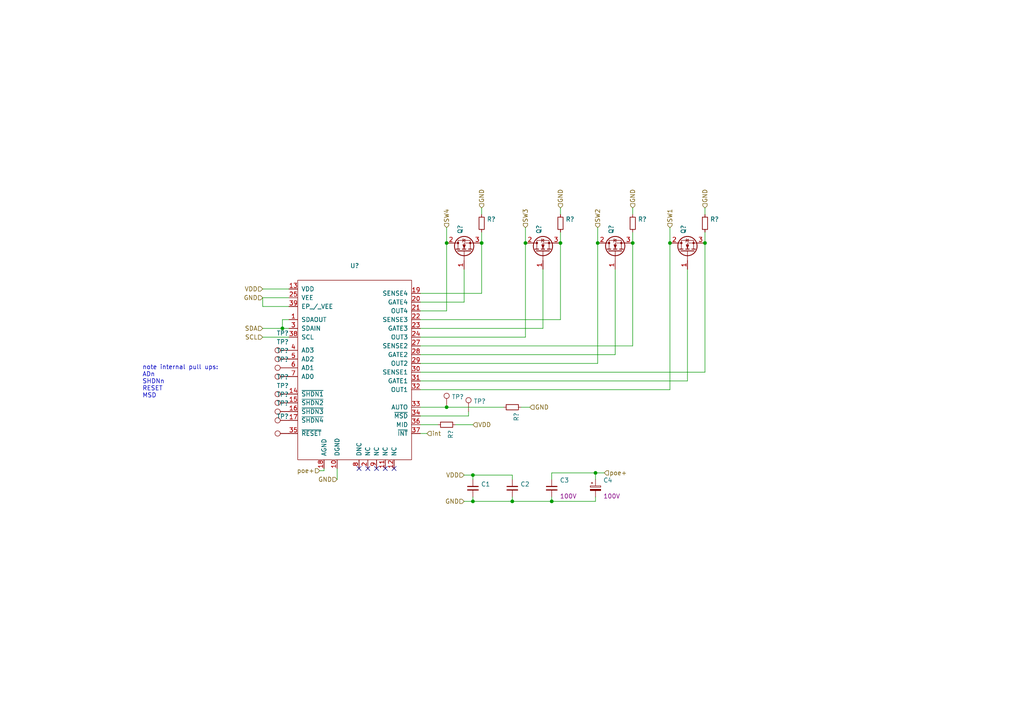
<source format=kicad_sch>
(kicad_sch (version 20211123) (generator eeschema)

  (uuid c34d136a-5382-41e9-9eb7-59131a8070a9)

  (paper "A4")

  (lib_symbols
    (symbol "Connector:TestPoint" (pin_numbers hide) (pin_names (offset 0.762) hide) (in_bom yes) (on_board yes)
      (property "Reference" "TP" (id 0) (at 0 6.858 0)
        (effects (font (size 1.27 1.27)))
      )
      (property "Value" "TestPoint" (id 1) (at 0 5.08 0)
        (effects (font (size 1.27 1.27)))
      )
      (property "Footprint" "" (id 2) (at 5.08 0 0)
        (effects (font (size 1.27 1.27)) hide)
      )
      (property "Datasheet" "~" (id 3) (at 5.08 0 0)
        (effects (font (size 1.27 1.27)) hide)
      )
      (property "ki_keywords" "test point tp" (id 4) (at 0 0 0)
        (effects (font (size 1.27 1.27)) hide)
      )
      (property "ki_description" "test point" (id 5) (at 0 0 0)
        (effects (font (size 1.27 1.27)) hide)
      )
      (property "ki_fp_filters" "Pin* Test*" (id 6) (at 0 0 0)
        (effects (font (size 1.27 1.27)) hide)
      )
      (symbol "TestPoint_0_1"
        (circle (center 0 3.302) (radius 0.762)
          (stroke (width 0) (type default) (color 0 0 0 0))
          (fill (type none))
        )
      )
      (symbol "TestPoint_1_1"
        (pin passive line (at 0 0 90) (length 2.54)
          (name "1" (effects (font (size 1.27 1.27))))
          (number "1" (effects (font (size 1.27 1.27))))
        )
      )
    )
    (symbol "Device:C_Small" (pin_numbers hide) (pin_names (offset 0.254) hide) (in_bom yes) (on_board yes)
      (property "Reference" "C" (id 0) (at 0.254 1.778 0)
        (effects (font (size 1.27 1.27)) (justify left))
      )
      (property "Value" "C_Small" (id 1) (at 0.254 -2.032 0)
        (effects (font (size 1.27 1.27)) (justify left))
      )
      (property "Footprint" "" (id 2) (at 0 0 0)
        (effects (font (size 1.27 1.27)) hide)
      )
      (property "Datasheet" "~" (id 3) (at 0 0 0)
        (effects (font (size 1.27 1.27)) hide)
      )
      (property "ki_keywords" "capacitor cap" (id 4) (at 0 0 0)
        (effects (font (size 1.27 1.27)) hide)
      )
      (property "ki_description" "Unpolarized capacitor, small symbol" (id 5) (at 0 0 0)
        (effects (font (size 1.27 1.27)) hide)
      )
      (property "ki_fp_filters" "C_*" (id 6) (at 0 0 0)
        (effects (font (size 1.27 1.27)) hide)
      )
      (symbol "C_Small_0_1"
        (polyline
          (pts
            (xy -1.524 -0.508)
            (xy 1.524 -0.508)
          )
          (stroke (width 0.3302) (type default) (color 0 0 0 0))
          (fill (type none))
        )
        (polyline
          (pts
            (xy -1.524 0.508)
            (xy 1.524 0.508)
          )
          (stroke (width 0.3048) (type default) (color 0 0 0 0))
          (fill (type none))
        )
      )
      (symbol "C_Small_1_1"
        (pin passive line (at 0 2.54 270) (length 2.032)
          (name "~" (effects (font (size 1.27 1.27))))
          (number "1" (effects (font (size 1.27 1.27))))
        )
        (pin passive line (at 0 -2.54 90) (length 2.032)
          (name "~" (effects (font (size 1.27 1.27))))
          (number "2" (effects (font (size 1.27 1.27))))
        )
      )
    )
    (symbol "Device:Q_NMOS_GDS" (pin_names (offset 0) hide) (in_bom yes) (on_board yes)
      (property "Reference" "Q" (id 0) (at 5.08 1.27 0)
        (effects (font (size 1.27 1.27)) (justify left))
      )
      (property "Value" "Q_NMOS_GDS" (id 1) (at 5.08 -1.27 0)
        (effects (font (size 1.27 1.27)) (justify left))
      )
      (property "Footprint" "" (id 2) (at 5.08 2.54 0)
        (effects (font (size 1.27 1.27)) hide)
      )
      (property "Datasheet" "~" (id 3) (at 0 0 0)
        (effects (font (size 1.27 1.27)) hide)
      )
      (property "ki_keywords" "transistor NMOS N-MOS N-MOSFET" (id 4) (at 0 0 0)
        (effects (font (size 1.27 1.27)) hide)
      )
      (property "ki_description" "N-MOSFET transistor, gate/drain/source" (id 5) (at 0 0 0)
        (effects (font (size 1.27 1.27)) hide)
      )
      (symbol "Q_NMOS_GDS_0_1"
        (polyline
          (pts
            (xy 0.254 0)
            (xy -2.54 0)
          )
          (stroke (width 0) (type default) (color 0 0 0 0))
          (fill (type none))
        )
        (polyline
          (pts
            (xy 0.254 1.905)
            (xy 0.254 -1.905)
          )
          (stroke (width 0.254) (type default) (color 0 0 0 0))
          (fill (type none))
        )
        (polyline
          (pts
            (xy 0.762 -1.27)
            (xy 0.762 -2.286)
          )
          (stroke (width 0.254) (type default) (color 0 0 0 0))
          (fill (type none))
        )
        (polyline
          (pts
            (xy 0.762 0.508)
            (xy 0.762 -0.508)
          )
          (stroke (width 0.254) (type default) (color 0 0 0 0))
          (fill (type none))
        )
        (polyline
          (pts
            (xy 0.762 2.286)
            (xy 0.762 1.27)
          )
          (stroke (width 0.254) (type default) (color 0 0 0 0))
          (fill (type none))
        )
        (polyline
          (pts
            (xy 2.54 2.54)
            (xy 2.54 1.778)
          )
          (stroke (width 0) (type default) (color 0 0 0 0))
          (fill (type none))
        )
        (polyline
          (pts
            (xy 2.54 -2.54)
            (xy 2.54 0)
            (xy 0.762 0)
          )
          (stroke (width 0) (type default) (color 0 0 0 0))
          (fill (type none))
        )
        (polyline
          (pts
            (xy 0.762 -1.778)
            (xy 3.302 -1.778)
            (xy 3.302 1.778)
            (xy 0.762 1.778)
          )
          (stroke (width 0) (type default) (color 0 0 0 0))
          (fill (type none))
        )
        (polyline
          (pts
            (xy 1.016 0)
            (xy 2.032 0.381)
            (xy 2.032 -0.381)
            (xy 1.016 0)
          )
          (stroke (width 0) (type default) (color 0 0 0 0))
          (fill (type outline))
        )
        (polyline
          (pts
            (xy 2.794 0.508)
            (xy 2.921 0.381)
            (xy 3.683 0.381)
            (xy 3.81 0.254)
          )
          (stroke (width 0) (type default) (color 0 0 0 0))
          (fill (type none))
        )
        (polyline
          (pts
            (xy 3.302 0.381)
            (xy 2.921 -0.254)
            (xy 3.683 -0.254)
            (xy 3.302 0.381)
          )
          (stroke (width 0) (type default) (color 0 0 0 0))
          (fill (type none))
        )
        (circle (center 1.651 0) (radius 2.794)
          (stroke (width 0.254) (type default) (color 0 0 0 0))
          (fill (type none))
        )
        (circle (center 2.54 -1.778) (radius 0.254)
          (stroke (width 0) (type default) (color 0 0 0 0))
          (fill (type outline))
        )
        (circle (center 2.54 1.778) (radius 0.254)
          (stroke (width 0) (type default) (color 0 0 0 0))
          (fill (type outline))
        )
      )
      (symbol "Q_NMOS_GDS_1_1"
        (pin input line (at -5.08 0 0) (length 2.54)
          (name "G" (effects (font (size 1.27 1.27))))
          (number "1" (effects (font (size 1.27 1.27))))
        )
        (pin passive line (at 2.54 5.08 270) (length 2.54)
          (name "D" (effects (font (size 1.27 1.27))))
          (number "2" (effects (font (size 1.27 1.27))))
        )
        (pin passive line (at 2.54 -5.08 90) (length 2.54)
          (name "S" (effects (font (size 1.27 1.27))))
          (number "3" (effects (font (size 1.27 1.27))))
        )
      )
    )
    (symbol "Device:R_Small" (pin_numbers hide) (pin_names (offset 0.254) hide) (in_bom yes) (on_board yes)
      (property "Reference" "R" (id 0) (at 0.762 0.508 0)
        (effects (font (size 1.27 1.27)) (justify left))
      )
      (property "Value" "R_Small" (id 1) (at 0.762 -1.016 0)
        (effects (font (size 1.27 1.27)) (justify left))
      )
      (property "Footprint" "" (id 2) (at 0 0 0)
        (effects (font (size 1.27 1.27)) hide)
      )
      (property "Datasheet" "~" (id 3) (at 0 0 0)
        (effects (font (size 1.27 1.27)) hide)
      )
      (property "ki_keywords" "R resistor" (id 4) (at 0 0 0)
        (effects (font (size 1.27 1.27)) hide)
      )
      (property "ki_description" "Resistor, small symbol" (id 5) (at 0 0 0)
        (effects (font (size 1.27 1.27)) hide)
      )
      (property "ki_fp_filters" "R_*" (id 6) (at 0 0 0)
        (effects (font (size 1.27 1.27)) hide)
      )
      (symbol "R_Small_0_1"
        (rectangle (start -0.762 1.778) (end 0.762 -1.778)
          (stroke (width 0.2032) (type default) (color 0 0 0 0))
          (fill (type none))
        )
      )
      (symbol "R_Small_1_1"
        (pin passive line (at 0 2.54 270) (length 0.762)
          (name "~" (effects (font (size 1.27 1.27))))
          (number "1" (effects (font (size 1.27 1.27))))
        )
        (pin passive line (at 0 -2.54 90) (length 0.762)
          (name "~" (effects (font (size 1.27 1.27))))
          (number "2" (effects (font (size 1.27 1.27))))
        )
      )
    )
    (symbol "board-rescue:CP_Small-Device" (pin_numbers hide) (pin_names (offset 0.254) hide) (in_bom yes) (on_board yes)
      (property "Reference" "C" (id 0) (at 0.254 1.778 0)
        (effects (font (size 1.27 1.27)) (justify left))
      )
      (property "Value" "CP_Small-Device" (id 1) (at 0.254 -2.032 0)
        (effects (font (size 1.27 1.27)) (justify left))
      )
      (property "Footprint" "" (id 2) (at 0 0 0)
        (effects (font (size 1.27 1.27)) hide)
      )
      (property "Datasheet" "" (id 3) (at 0 0 0)
        (effects (font (size 1.27 1.27)) hide)
      )
      (property "ki_fp_filters" "CP_*" (id 4) (at 0 0 0)
        (effects (font (size 1.27 1.27)) hide)
      )
      (symbol "CP_Small-Device_0_1"
        (rectangle (start -1.524 -0.3048) (end 1.524 -0.6858)
          (stroke (width 0) (type default) (color 0 0 0 0))
          (fill (type outline))
        )
        (rectangle (start -1.524 0.6858) (end 1.524 0.3048)
          (stroke (width 0) (type default) (color 0 0 0 0))
          (fill (type none))
        )
        (polyline
          (pts
            (xy -1.27 1.524)
            (xy -0.762 1.524)
          )
          (stroke (width 0) (type default) (color 0 0 0 0))
          (fill (type none))
        )
        (polyline
          (pts
            (xy -1.016 1.27)
            (xy -1.016 1.778)
          )
          (stroke (width 0) (type default) (color 0 0 0 0))
          (fill (type none))
        )
      )
      (symbol "CP_Small-Device_1_1"
        (pin passive line (at 0 2.54 270) (length 1.8542)
          (name "~" (effects (font (size 1.27 1.27))))
          (number "1" (effects (font (size 1.27 1.27))))
        )
        (pin passive line (at 0 -2.54 90) (length 1.8542)
          (name "~" (effects (font (size 1.27 1.27))))
          (number "2" (effects (font (size 1.27 1.27))))
        )
      )
    )
    (symbol "board-rescue:LTC4266AIUHF-4#PBF-Auto-Intern-board-rescue" (pin_names (offset 1.016)) (in_bom yes) (on_board yes)
      (property "Reference" "U" (id 0) (at 1.27 6.35 0)
        (effects (font (size 1.27 1.27)))
      )
      (property "Value" "LTC4266AIUHF-4#PBF-Auto-Intern-board-rescue" (id 1) (at 29.21 6.35 0)
        (effects (font (size 1.27 1.27)))
      )
      (property "Footprint" "Package_DFN_QFN:QFN-38-1EP_5x7mm_P0.5mm_EP3.15x5.15mm" (id 2) (at 0 8.89 0)
        (effects (font (size 1.27 1.27)) hide)
      )
      (property "Datasheet" "" (id 3) (at 0 8.89 0)
        (effects (font (size 1.27 1.27)) hide)
      )
      (symbol "LTC4266AIUHF-4#PBF-Auto-Intern-board-rescue_0_1"
        (rectangle (start 0 3.81) (end 33.02 -48.26)
          (stroke (width 0) (type default) (color 0 0 0 0))
          (fill (type none))
        )
      )
      (symbol "LTC4266AIUHF-4#PBF-Auto-Intern-board-rescue_1_1"
        (pin unspecified line (at -2.54 -7.62 0) (length 2.54)
          (name "SDAOUT" (effects (font (size 1.27 1.27))))
          (number "1" (effects (font (size 1.27 1.27))))
        )
        (pin unspecified line (at 11.43 -50.8 90) (length 2.54)
          (name "DGND" (effects (font (size 1.27 1.27))))
          (number "10" (effects (font (size 1.27 1.27))))
        )
        (pin unspecified line (at 25.4 -50.8 90) (length 2.54)
          (name "NC" (effects (font (size 1.27 1.27))))
          (number "11" (effects (font (size 1.27 1.27))))
        )
        (pin unspecified line (at 27.94 -50.8 90) (length 2.54)
          (name "NC" (effects (font (size 1.27 1.27))))
          (number "12" (effects (font (size 1.27 1.27))))
        )
        (pin unspecified line (at -2.54 1.27 0) (length 2.54)
          (name "VDD" (effects (font (size 1.27 1.27))))
          (number "13" (effects (font (size 1.27 1.27))))
        )
        (pin unspecified line (at -2.54 -29.21 0) (length 2.54)
          (name "~{SHDN1}" (effects (font (size 1.27 1.27))))
          (number "14" (effects (font (size 1.27 1.27))))
        )
        (pin unspecified line (at -2.54 -31.75 0) (length 2.54)
          (name "~{SHDN2}" (effects (font (size 1.27 1.27))))
          (number "15" (effects (font (size 1.27 1.27))))
        )
        (pin unspecified line (at -2.54 -34.29 0) (length 2.54)
          (name "~{SHDN3}" (effects (font (size 1.27 1.27))))
          (number "16" (effects (font (size 1.27 1.27))))
        )
        (pin unspecified line (at -2.54 -36.83 0) (length 2.54)
          (name "~{SHDN4}" (effects (font (size 1.27 1.27))))
          (number "17" (effects (font (size 1.27 1.27))))
        )
        (pin unspecified line (at 7.62 -50.8 90) (length 2.54)
          (name "AGND" (effects (font (size 1.27 1.27))))
          (number "18" (effects (font (size 1.27 1.27))))
        )
        (pin unspecified line (at 35.56 0 180) (length 2.54)
          (name "SENSE4" (effects (font (size 1.27 1.27))))
          (number "19" (effects (font (size 1.27 1.27))))
        )
        (pin unspecified line (at 20.32 -50.8 90) (length 2.54)
          (name "NC" (effects (font (size 1.27 1.27))))
          (number "2" (effects (font (size 1.27 1.27))))
        )
        (pin unspecified line (at 35.56 -2.54 180) (length 2.54)
          (name "GATE4" (effects (font (size 1.27 1.27))))
          (number "20" (effects (font (size 1.27 1.27))))
        )
        (pin unspecified line (at 35.56 -5.08 180) (length 2.54)
          (name "OUT4" (effects (font (size 1.27 1.27))))
          (number "21" (effects (font (size 1.27 1.27))))
        )
        (pin unspecified line (at 35.56 -7.62 180) (length 2.54)
          (name "SENSE3" (effects (font (size 1.27 1.27))))
          (number "22" (effects (font (size 1.27 1.27))))
        )
        (pin unspecified line (at 35.56 -10.16 180) (length 2.54)
          (name "GATE3" (effects (font (size 1.27 1.27))))
          (number "23" (effects (font (size 1.27 1.27))))
        )
        (pin unspecified line (at 35.56 -12.7 180) (length 2.54)
          (name "OUT3" (effects (font (size 1.27 1.27))))
          (number "24" (effects (font (size 1.27 1.27))))
        )
        (pin unspecified line (at -2.54 -1.27 0) (length 2.54)
          (name "VEE" (effects (font (size 1.27 1.27))))
          (number "25" (effects (font (size 1.27 1.27))))
        )
        (pin unspecified line (at -2.54 -1.27 0) (length 2.54) hide
          (name "VEE" (effects (font (size 1.27 1.27))))
          (number "26" (effects (font (size 1.27 1.27))))
        )
        (pin unspecified line (at 35.56 -15.24 180) (length 2.54)
          (name "SENSE2" (effects (font (size 1.27 1.27))))
          (number "27" (effects (font (size 1.27 1.27))))
        )
        (pin unspecified line (at 35.56 -17.78 180) (length 2.54)
          (name "GATE2" (effects (font (size 1.27 1.27))))
          (number "28" (effects (font (size 1.27 1.27))))
        )
        (pin unspecified line (at 35.56 -20.32 180) (length 2.54)
          (name "OUT2" (effects (font (size 1.27 1.27))))
          (number "29" (effects (font (size 1.27 1.27))))
        )
        (pin unspecified line (at -2.54 -10.16 0) (length 2.54)
          (name "SDAIN" (effects (font (size 1.27 1.27))))
          (number "3" (effects (font (size 1.27 1.27))))
        )
        (pin unspecified line (at 35.56 -22.86 180) (length 2.54)
          (name "SENSE1" (effects (font (size 1.27 1.27))))
          (number "30" (effects (font (size 1.27 1.27))))
        )
        (pin unspecified line (at 35.56 -25.4 180) (length 2.54)
          (name "GATE1" (effects (font (size 1.27 1.27))))
          (number "31" (effects (font (size 1.27 1.27))))
        )
        (pin unspecified line (at 35.56 -27.94 180) (length 2.54)
          (name "OUT1" (effects (font (size 1.27 1.27))))
          (number "32" (effects (font (size 1.27 1.27))))
        )
        (pin unspecified line (at 35.56 -33.02 180) (length 2.54)
          (name "AUTO" (effects (font (size 1.27 1.27))))
          (number "33" (effects (font (size 1.27 1.27))))
        )
        (pin unspecified line (at 35.56 -35.56 180) (length 2.54)
          (name "~{MSD}" (effects (font (size 1.27 1.27))))
          (number "34" (effects (font (size 1.27 1.27))))
        )
        (pin unspecified line (at -2.54 -40.64 0) (length 2.54)
          (name "~{RESET}" (effects (font (size 1.27 1.27))))
          (number "35" (effects (font (size 1.27 1.27))))
        )
        (pin unspecified line (at 35.56 -38.1 180) (length 2.54)
          (name "MID" (effects (font (size 1.27 1.27))))
          (number "36" (effects (font (size 1.27 1.27))))
        )
        (pin unspecified line (at 35.56 -40.64 180) (length 2.54)
          (name "~{INT}" (effects (font (size 1.27 1.27))))
          (number "37" (effects (font (size 1.27 1.27))))
        )
        (pin unspecified line (at -2.54 -12.7 0) (length 2.54)
          (name "SCL" (effects (font (size 1.27 1.27))))
          (number "38" (effects (font (size 1.27 1.27))))
        )
        (pin unspecified line (at -2.54 -3.81 0) (length 2.54)
          (name "EP_/_VEE" (effects (font (size 1.27 1.27))))
          (number "39" (effects (font (size 1.27 1.27))))
        )
        (pin unspecified line (at -2.54 -16.51 0) (length 2.54)
          (name "AD3" (effects (font (size 1.27 1.27))))
          (number "4" (effects (font (size 1.27 1.27))))
        )
        (pin unspecified line (at -2.54 -19.05 0) (length 2.54)
          (name "AD2" (effects (font (size 1.27 1.27))))
          (number "5" (effects (font (size 1.27 1.27))))
        )
        (pin unspecified line (at -2.54 -21.59 0) (length 2.54)
          (name "AD1" (effects (font (size 1.27 1.27))))
          (number "6" (effects (font (size 1.27 1.27))))
        )
        (pin unspecified line (at -2.54 -24.13 0) (length 2.54)
          (name "AD0" (effects (font (size 1.27 1.27))))
          (number "7" (effects (font (size 1.27 1.27))))
        )
        (pin unspecified line (at 17.78 -50.8 90) (length 2.54)
          (name "DNC" (effects (font (size 1.27 1.27))))
          (number "8" (effects (font (size 1.27 1.27))))
        )
        (pin unspecified line (at 22.86 -50.8 90) (length 2.54)
          (name "NC" (effects (font (size 1.27 1.27))))
          (number "9" (effects (font (size 1.27 1.27))))
        )
      )
    )
  )

  (junction (at 137.16 145.415) (diameter 0) (color 0 0 0 0)
    (uuid 1185a561-f548-4ed9-956a-fdf52574062c)
  )
  (junction (at 129.54 118.11) (diameter 0) (color 0 0 0 0)
    (uuid 2816eb30-9a96-48a6-9179-372b1c7b3891)
  )
  (junction (at 139.7 70.485) (diameter 0) (color 0 0 0 0)
    (uuid 2c72b2d6-f3dc-4074-bf01-0b98e452c8c0)
  )
  (junction (at 172.72 137.16) (diameter 0) (color 0 0 0 0)
    (uuid 3bf3f52f-ae1d-45fd-8ec3-66611d4f8669)
  )
  (junction (at 129.54 70.485) (diameter 0) (color 0 0 0 0)
    (uuid 3c1e28aa-b222-4285-837f-7444126cf6bf)
  )
  (junction (at 162.56 70.485) (diameter 0) (color 0 0 0 0)
    (uuid 4bc4914e-b8aa-4eaf-b5fc-1c8b029d91de)
  )
  (junction (at 152.4 70.485) (diameter 0) (color 0 0 0 0)
    (uuid 608413a1-4d05-4f03-83c7-4ff845495fed)
  )
  (junction (at 160.02 145.415) (diameter 0) (color 0 0 0 0)
    (uuid 759dcd29-0d5f-4ad1-acbe-cba07e87264b)
  )
  (junction (at 81.915 95.25) (diameter 0) (color 0 0 0 0)
    (uuid 7fb38f6a-1b77-4677-afc0-9c89a0becd91)
  )
  (junction (at 204.47 70.485) (diameter 0) (color 0 0 0 0)
    (uuid 8e24c333-4053-4683-8bd8-f77dd5525338)
  )
  (junction (at 148.59 145.415) (diameter 0) (color 0 0 0 0)
    (uuid 9a7eca8d-292b-42ca-b5f0-b657b5a56ce3)
  )
  (junction (at 183.515 70.485) (diameter 0) (color 0 0 0 0)
    (uuid bc597323-b500-41fd-a979-7cc0a6202fd9)
  )
  (junction (at 173.355 70.485) (diameter 0) (color 0 0 0 0)
    (uuid c9b73848-5e45-49a8-9d94-d19559188916)
  )
  (junction (at 137.16 137.795) (diameter 0) (color 0 0 0 0)
    (uuid d76946e3-3d37-42d8-bc47-e852addb4402)
  )
  (junction (at 194.31 70.485) (diameter 0) (color 0 0 0 0)
    (uuid f9d0b031-c32b-4d80-883f-8dea60486c2a)
  )

  (no_connect (at 111.76 135.89) (uuid 02f7cefd-1bd5-46d6-a289-0f2d7bb403e3))
  (no_connect (at 114.3 135.89) (uuid 4d60be49-8a73-4fbd-b591-2cc5b3ac378c))
  (no_connect (at 106.68 135.89) (uuid 78257479-f460-47b0-a236-5978cba49f14))
  (no_connect (at 104.14 135.89) (uuid 9d9d31a8-45e4-4740-9620-702a0fc09a0f))
  (no_connect (at 109.22 135.89) (uuid e0c7c7af-e122-4801-8e9f-e2c39204d460))

  (wire (pts (xy 123.825 125.73) (xy 121.92 125.73))
    (stroke (width 0) (type default) (color 0 0 0 0))
    (uuid 0117dfef-4d45-4b43-b9aa-f27305ceef7a)
  )
  (wire (pts (xy 172.72 137.16) (xy 172.72 139.065))
    (stroke (width 0) (type default) (color 0 0 0 0))
    (uuid 022f237e-ecd7-4c12-8d63-a96d38b349ce)
  )
  (wire (pts (xy 139.7 60.325) (xy 139.7 62.23))
    (stroke (width 0) (type default) (color 0 0 0 0))
    (uuid 08ed3bc9-964a-41f1-b2e1-afa328ab25be)
  )
  (wire (pts (xy 129.54 66.04) (xy 129.54 70.485))
    (stroke (width 0) (type default) (color 0 0 0 0))
    (uuid 0fb8edde-788c-48bd-b278-122d91c2755e)
  )
  (wire (pts (xy 172.72 145.415) (xy 172.72 144.145))
    (stroke (width 0) (type default) (color 0 0 0 0))
    (uuid 116cb014-1685-4b07-9327-2526db27f206)
  )
  (wire (pts (xy 152.4 70.485) (xy 152.4 97.79))
    (stroke (width 0) (type default) (color 0 0 0 0))
    (uuid 119ba3a8-11eb-4591-a7d8-f46f93a17012)
  )
  (wire (pts (xy 183.515 70.485) (xy 183.515 100.33))
    (stroke (width 0) (type default) (color 0 0 0 0))
    (uuid 126959af-827c-4e0c-b28e-e76bd1f9d0e7)
  )
  (wire (pts (xy 162.56 67.31) (xy 162.56 70.485))
    (stroke (width 0) (type default) (color 0 0 0 0))
    (uuid 12ac278a-b571-490a-90a0-315632d79040)
  )
  (wire (pts (xy 121.92 113.03) (xy 194.31 113.03))
    (stroke (width 0) (type default) (color 0 0 0 0))
    (uuid 13370587-66e1-4bcd-8f5d-9d9b591b87d0)
  )
  (wire (pts (xy 76.2 83.82) (xy 83.82 83.82))
    (stroke (width 0) (type default) (color 0 0 0 0))
    (uuid 13ea940a-c3ff-41ef-b2d4-424cd69b3180)
  )
  (wire (pts (xy 137.16 144.145) (xy 137.16 145.415))
    (stroke (width 0) (type default) (color 0 0 0 0))
    (uuid 17058ff3-9dcd-48bd-bf91-57b6b6fd75ef)
  )
  (wire (pts (xy 199.39 110.49) (xy 199.39 78.105))
    (stroke (width 0) (type default) (color 0 0 0 0))
    (uuid 1797629f-9880-4bfa-9cf6-8d29e782c9e6)
  )
  (wire (pts (xy 121.92 92.71) (xy 162.56 92.71))
    (stroke (width 0) (type default) (color 0 0 0 0))
    (uuid 1a0748a4-e392-4c82-9200-04a04faf19e4)
  )
  (wire (pts (xy 204.47 60.325) (xy 204.47 62.23))
    (stroke (width 0) (type default) (color 0 0 0 0))
    (uuid 1b37e5f3-88b4-4498-be8b-afe537177b2f)
  )
  (wire (pts (xy 137.16 137.795) (xy 137.16 139.065))
    (stroke (width 0) (type default) (color 0 0 0 0))
    (uuid 1def0531-4f7e-4a7e-a4a8-bf5d17fdeb12)
  )
  (wire (pts (xy 121.92 105.41) (xy 173.355 105.41))
    (stroke (width 0) (type default) (color 0 0 0 0))
    (uuid 230f0fe0-aa52-4e9d-b0c8-dd13a5495d17)
  )
  (wire (pts (xy 121.92 123.19) (xy 127 123.19))
    (stroke (width 0) (type default) (color 0 0 0 0))
    (uuid 24ad87f3-9411-43ab-a5b4-9b28ed805d9b)
  )
  (wire (pts (xy 121.92 118.11) (xy 129.54 118.11))
    (stroke (width 0) (type default) (color 0 0 0 0))
    (uuid 26769514-b78c-41c5-b366-a012ae78b1cd)
  )
  (wire (pts (xy 121.92 100.33) (xy 183.515 100.33))
    (stroke (width 0) (type default) (color 0 0 0 0))
    (uuid 2aa418e1-eba6-414b-997f-cf0371b9b23f)
  )
  (wire (pts (xy 76.2 97.79) (xy 83.82 97.79))
    (stroke (width 0) (type default) (color 0 0 0 0))
    (uuid 322310c7-df03-4595-9bf2-5eb99881ae7d)
  )
  (wire (pts (xy 160.02 137.16) (xy 160.02 139.065))
    (stroke (width 0) (type default) (color 0 0 0 0))
    (uuid 329aece8-f7d3-43a8-a246-39558f0edba3)
  )
  (wire (pts (xy 162.56 60.325) (xy 162.56 62.23))
    (stroke (width 0) (type default) (color 0 0 0 0))
    (uuid 3324f004-de60-4416-ac0e-0d79f57cdba6)
  )
  (wire (pts (xy 172.72 137.16) (xy 160.02 137.16))
    (stroke (width 0) (type default) (color 0 0 0 0))
    (uuid 43d51604-f52e-41ab-82cb-57e18a2c0490)
  )
  (wire (pts (xy 173.355 70.485) (xy 173.355 105.41))
    (stroke (width 0) (type default) (color 0 0 0 0))
    (uuid 44c6bddc-8cfd-4e5d-bfb2-c630ac9c38a0)
  )
  (wire (pts (xy 121.92 110.49) (xy 199.39 110.49))
    (stroke (width 0) (type default) (color 0 0 0 0))
    (uuid 490ce25a-96c2-47c7-a447-e6ef25fd064e)
  )
  (wire (pts (xy 160.02 144.145) (xy 160.02 145.415))
    (stroke (width 0) (type default) (color 0 0 0 0))
    (uuid 4ce18017-e94b-4bf8-b9d0-affe6b8354b8)
  )
  (wire (pts (xy 204.47 67.31) (xy 204.47 70.485))
    (stroke (width 0) (type default) (color 0 0 0 0))
    (uuid 4fef559f-81e9-4948-b652-c1a85a6bd6d7)
  )
  (wire (pts (xy 204.47 70.485) (xy 204.47 107.95))
    (stroke (width 0) (type default) (color 0 0 0 0))
    (uuid 50139093-8c88-44d1-8770-363ad1a8df53)
  )
  (wire (pts (xy 139.7 70.485) (xy 139.7 85.09))
    (stroke (width 0) (type default) (color 0 0 0 0))
    (uuid 514fc252-dad5-4c98-b434-e6e53c2b260c)
  )
  (wire (pts (xy 93.98 136.525) (xy 93.98 135.89))
    (stroke (width 0) (type default) (color 0 0 0 0))
    (uuid 51d71728-063d-436d-b960-f788a5bb5eb0)
  )
  (wire (pts (xy 92.71 136.525) (xy 93.98 136.525))
    (stroke (width 0) (type default) (color 0 0 0 0))
    (uuid 578b0b90-02ec-4f9b-a671-252c483ed194)
  )
  (wire (pts (xy 129.54 70.485) (xy 129.54 90.17))
    (stroke (width 0) (type default) (color 0 0 0 0))
    (uuid 5a22a875-8399-4558-a56f-aa2cba475dc6)
  )
  (wire (pts (xy 76.2 86.36) (xy 83.82 86.36))
    (stroke (width 0) (type default) (color 0 0 0 0))
    (uuid 5c0dcd85-e6d8-435b-b9af-1b2ec4a76baa)
  )
  (wire (pts (xy 97.79 139.065) (xy 97.79 135.89))
    (stroke (width 0) (type default) (color 0 0 0 0))
    (uuid 60e9e626-d6e9-456e-8683-45b5f8ddddc6)
  )
  (wire (pts (xy 121.92 97.79) (xy 152.4 97.79))
    (stroke (width 0) (type default) (color 0 0 0 0))
    (uuid 652bf04d-9db2-4ce6-aa89-33b2454f5bfb)
  )
  (wire (pts (xy 121.92 90.17) (xy 129.54 90.17))
    (stroke (width 0) (type default) (color 0 0 0 0))
    (uuid 66cb6605-fc6f-4f44-983e-faa9b139cad7)
  )
  (wire (pts (xy 139.7 67.31) (xy 139.7 70.485))
    (stroke (width 0) (type default) (color 0 0 0 0))
    (uuid 6e1eb71d-6bff-424c-93e0-a4d395c8eb46)
  )
  (wire (pts (xy 148.59 137.795) (xy 148.59 139.065))
    (stroke (width 0) (type default) (color 0 0 0 0))
    (uuid 758113ab-72e5-48e0-a7b4-ebd9c084cc87)
  )
  (wire (pts (xy 134.62 137.795) (xy 137.16 137.795))
    (stroke (width 0) (type default) (color 0 0 0 0))
    (uuid 78f5ccfb-ed9e-49fc-9354-847d86b5d38c)
  )
  (wire (pts (xy 157.48 95.25) (xy 157.48 78.105))
    (stroke (width 0) (type default) (color 0 0 0 0))
    (uuid 79d06adf-fe53-4fcb-a84d-44a3492509c9)
  )
  (wire (pts (xy 121.92 95.25) (xy 157.48 95.25))
    (stroke (width 0) (type default) (color 0 0 0 0))
    (uuid 7f625873-efc6-4dd7-b508-612dc005468b)
  )
  (wire (pts (xy 132.08 123.19) (xy 137.16 123.19))
    (stroke (width 0) (type default) (color 0 0 0 0))
    (uuid 7fd77d3d-0ad9-4cd1-b0ef-00d49a8c0c14)
  )
  (wire (pts (xy 83.82 92.71) (xy 81.915 92.71))
    (stroke (width 0) (type default) (color 0 0 0 0))
    (uuid 8047c10d-da57-43c4-a5d3-a58a3b0cd3da)
  )
  (wire (pts (xy 121.92 120.65) (xy 135.89 120.65))
    (stroke (width 0) (type default) (color 0 0 0 0))
    (uuid 806d4ab5-3347-4e12-ac34-45407a56df41)
  )
  (wire (pts (xy 178.435 102.87) (xy 178.435 78.105))
    (stroke (width 0) (type default) (color 0 0 0 0))
    (uuid 8377b908-4db6-4148-9d62-ed25901754a1)
  )
  (wire (pts (xy 194.31 70.485) (xy 194.31 113.03))
    (stroke (width 0) (type default) (color 0 0 0 0))
    (uuid 84ef848b-4cda-4399-84ee-6ffa6eb43f7e)
  )
  (wire (pts (xy 162.56 70.485) (xy 162.56 92.71))
    (stroke (width 0) (type default) (color 0 0 0 0))
    (uuid 8509d9d8-d002-4d02-ae83-4d7c143f32b3)
  )
  (wire (pts (xy 183.515 67.31) (xy 183.515 70.485))
    (stroke (width 0) (type default) (color 0 0 0 0))
    (uuid 882a5974-d614-4498-b223-7fba6a86ed4b)
  )
  (wire (pts (xy 134.62 87.63) (xy 134.62 78.105))
    (stroke (width 0) (type default) (color 0 0 0 0))
    (uuid 892d091e-16a8-4f4b-b14d-b1b38232cf4f)
  )
  (wire (pts (xy 121.92 85.09) (xy 139.7 85.09))
    (stroke (width 0) (type default) (color 0 0 0 0))
    (uuid 8a589ae9-7425-4cd7-8395-1d3e0bfca01c)
  )
  (wire (pts (xy 81.915 95.25) (xy 83.82 95.25))
    (stroke (width 0) (type default) (color 0 0 0 0))
    (uuid 97b7c59b-3ea7-4e55-80e0-7ccaa079d2d5)
  )
  (wire (pts (xy 76.2 86.36) (xy 76.2 88.9))
    (stroke (width 0) (type default) (color 0 0 0 0))
    (uuid 99032c3c-670f-41fd-bd5e-e4ac10378c23)
  )
  (wire (pts (xy 121.92 102.87) (xy 178.435 102.87))
    (stroke (width 0) (type default) (color 0 0 0 0))
    (uuid 9fbd1578-a8b3-459d-9760-8503b2db1833)
  )
  (wire (pts (xy 76.2 95.25) (xy 81.915 95.25))
    (stroke (width 0) (type default) (color 0 0 0 0))
    (uuid a6ddbb75-3ac0-4812-8e47-bd31ee5606b6)
  )
  (wire (pts (xy 194.31 66.04) (xy 194.31 70.485))
    (stroke (width 0) (type default) (color 0 0 0 0))
    (uuid ab3debba-b9dd-4c1a-907f-bf6847bf63b8)
  )
  (wire (pts (xy 121.92 87.63) (xy 134.62 87.63))
    (stroke (width 0) (type default) (color 0 0 0 0))
    (uuid abb0763d-80a0-4c7f-8e6c-f9e11083e211)
  )
  (wire (pts (xy 152.4 66.04) (xy 152.4 70.485))
    (stroke (width 0) (type default) (color 0 0 0 0))
    (uuid ac5bd8d0-a9b1-4ddc-a0cf-bc373b43c781)
  )
  (wire (pts (xy 81.915 92.71) (xy 81.915 95.25))
    (stroke (width 0) (type default) (color 0 0 0 0))
    (uuid adc8ff02-822e-4098-91ef-20706789db58)
  )
  (wire (pts (xy 76.2 88.9) (xy 83.82 88.9))
    (stroke (width 0) (type default) (color 0 0 0 0))
    (uuid b92a9992-550a-4b4a-aa3d-c71d656b0d9f)
  )
  (wire (pts (xy 148.59 145.415) (xy 160.02 145.415))
    (stroke (width 0) (type default) (color 0 0 0 0))
    (uuid bbf6ad82-d710-4081-86a8-62720b9df2c8)
  )
  (wire (pts (xy 135.89 120.65) (xy 135.89 119.38))
    (stroke (width 0) (type default) (color 0 0 0 0))
    (uuid bdab16ab-7b27-42b4-9a0c-d03ef47aff5f)
  )
  (wire (pts (xy 134.62 145.415) (xy 137.16 145.415))
    (stroke (width 0) (type default) (color 0 0 0 0))
    (uuid be6567dc-8889-4ba1-ab67-a26b62e918c5)
  )
  (wire (pts (xy 137.16 137.795) (xy 148.59 137.795))
    (stroke (width 0) (type default) (color 0 0 0 0))
    (uuid c65272ef-511d-4f5f-8dbc-23afe66eb926)
  )
  (wire (pts (xy 129.54 118.11) (xy 146.05 118.11))
    (stroke (width 0) (type default) (color 0 0 0 0))
    (uuid ca6b3cc9-c35b-4000-a36e-4c13e47fd619)
  )
  (wire (pts (xy 160.02 145.415) (xy 172.72 145.415))
    (stroke (width 0) (type default) (color 0 0 0 0))
    (uuid d20bc32c-d65b-4129-97ff-a83cd17fda1d)
  )
  (wire (pts (xy 175.26 137.16) (xy 172.72 137.16))
    (stroke (width 0) (type default) (color 0 0 0 0))
    (uuid d750f3e5-f541-4ae4-9e96-dca8a94126a1)
  )
  (wire (pts (xy 151.13 118.11) (xy 153.67 118.11))
    (stroke (width 0) (type default) (color 0 0 0 0))
    (uuid dcd31684-353d-40f9-94d4-15c937677ead)
  )
  (wire (pts (xy 173.355 66.04) (xy 173.355 70.485))
    (stroke (width 0) (type default) (color 0 0 0 0))
    (uuid dd809fc9-45ea-4b32-8a20-5d3b24ce0f83)
  )
  (wire (pts (xy 137.16 145.415) (xy 148.59 145.415))
    (stroke (width 0) (type default) (color 0 0 0 0))
    (uuid e5e54cc1-0e5e-4cd5-b664-a39e8e3b4679)
  )
  (wire (pts (xy 148.59 144.145) (xy 148.59 145.415))
    (stroke (width 0) (type default) (color 0 0 0 0))
    (uuid e7690eaf-a441-4392-b19b-a4b521f69e1c)
  )
  (wire (pts (xy 183.515 60.325) (xy 183.515 62.23))
    (stroke (width 0) (type default) (color 0 0 0 0))
    (uuid fba28b64-e57a-4780-bf71-3a99fe4fa970)
  )
  (wire (pts (xy 121.92 107.95) (xy 204.47 107.95))
    (stroke (width 0) (type default) (color 0 0 0 0))
    (uuid ffaa4947-dcc5-42bc-89b4-47efaaf52184)
  )

  (text "note internal pull ups:\nADn\nSHDNn\nRESET\nMSD\n" (at 41.275 115.57 0)
    (effects (font (size 1.27 1.27)) (justify left bottom))
    (uuid 4a8d0cf1-d069-4054-b429-cdab67626914)
  )

  (hierarchical_label "VDD" (shape input) (at 137.16 123.19 0)
    (effects (font (size 1.27 1.27)) (justify left))
    (uuid 046ccfdd-6850-48dc-a911-db4763092235)
  )
  (hierarchical_label "GND" (shape input) (at 183.515 60.325 90)
    (effects (font (size 1.27 1.27)) (justify left))
    (uuid 0ab2e807-2d49-4779-a085-011aee9aa03f)
  )
  (hierarchical_label "SW3" (shape input) (at 152.4 66.04 90)
    (effects (font (size 1.27 1.27)) (justify left))
    (uuid 0bf197f6-a5bd-4fb2-8a54-97d4d7877b3d)
  )
  (hierarchical_label "GND" (shape input) (at 162.56 60.325 90)
    (effects (font (size 1.27 1.27)) (justify left))
    (uuid 14883c27-2a33-4d4e-a00d-1645fdb21c4d)
  )
  (hierarchical_label "VDD" (shape input) (at 134.62 137.795 180)
    (effects (font (size 1.27 1.27)) (justify right))
    (uuid 3751a3a1-79b3-4410-8403-62f91e405569)
  )
  (hierarchical_label "GND" (shape input) (at 76.2 86.36 180)
    (effects (font (size 1.27 1.27)) (justify right))
    (uuid 3cfbf02b-7bdd-425f-ac7c-98f6538bbe0a)
  )
  (hierarchical_label "GND" (shape input) (at 97.79 139.065 180)
    (effects (font (size 1.27 1.27)) (justify right))
    (uuid 3e648395-376c-425c-ab8c-4e66792ead35)
  )
  (hierarchical_label "VDD" (shape input) (at 76.2 83.82 180)
    (effects (font (size 1.27 1.27)) (justify right))
    (uuid 49da34cc-e3ea-4a1a-ae26-d2fea7c9cb9a)
  )
  (hierarchical_label "GND" (shape input) (at 139.7 60.325 90)
    (effects (font (size 1.27 1.27)) (justify left))
    (uuid 4da5178a-7aa9-45ed-a386-57788437f3e5)
  )
  (hierarchical_label "SDA" (shape input) (at 76.2 95.25 180)
    (effects (font (size 1.27 1.27)) (justify right))
    (uuid 79743267-ca7a-4e5a-b4cb-97ce6e52c1e5)
  )
  (hierarchical_label "SW1" (shape input) (at 194.31 66.04 90)
    (effects (font (size 1.27 1.27)) (justify left))
    (uuid 8fb72638-83ff-4973-85e0-9ff7639a5246)
  )
  (hierarchical_label "SW4" (shape input) (at 129.54 66.04 90)
    (effects (font (size 1.27 1.27)) (justify left))
    (uuid 92d2a7c1-71b3-49df-a9d6-05240169971f)
  )
  (hierarchical_label "SCL" (shape input) (at 76.2 97.79 180)
    (effects (font (size 1.27 1.27)) (justify right))
    (uuid 9ba6d249-73f2-4fef-82f4-9b75862d1241)
  )
  (hierarchical_label "poe+" (shape input) (at 175.26 137.16 0)
    (effects (font (size 1.27 1.27)) (justify left))
    (uuid ac085f97-0e93-4db3-a6dc-f06715815da0)
  )
  (hierarchical_label "GND" (shape input) (at 153.67 118.11 0)
    (effects (font (size 1.27 1.27)) (justify left))
    (uuid b4d0c14d-57f2-4643-b35b-5e7e0ed59bb2)
  )
  (hierarchical_label "SW2" (shape input) (at 173.355 66.04 90)
    (effects (font (size 1.27 1.27)) (justify left))
    (uuid c0b319ff-e964-4e01-8075-167c28435dc7)
  )
  (hierarchical_label "GND" (shape input) (at 204.47 60.325 90)
    (effects (font (size 1.27 1.27)) (justify left))
    (uuid e41c3421-4b88-419e-a3de-e12bb1462f4a)
  )
  (hierarchical_label "int" (shape input) (at 123.825 125.73 0)
    (effects (font (size 1.27 1.27)) (justify left))
    (uuid e42e8d79-0020-4849-9c41-4a39cc72e26e)
  )
  (hierarchical_label "GND" (shape input) (at 134.62 145.415 180)
    (effects (font (size 1.27 1.27)) (justify right))
    (uuid e9926939-fe4b-4b0f-817e-7053e1b1e8f9)
  )
  (hierarchical_label "poe+" (shape input) (at 92.71 136.525 180)
    (effects (font (size 1.27 1.27)) (justify right))
    (uuid f432d146-3d24-4bbd-859b-627ca2235bdf)
  )

  (symbol (lib_id "board-rescue:LTC4266AIUHF-4#PBF-Auto-Intern-board-rescue") (at 86.36 85.09 0) (unit 1)
    (in_bom yes) (on_board yes)
    (uuid 00000000-0000-0000-0000-00005ef7038b)
    (property "Reference" "U?" (id 0) (at 102.87 77.089 0))
    (property "Value" "" (id 1) (at 102.87 79.4004 0))
    (property "Footprint" "" (id 2) (at 86.36 76.2 0)
      (effects (font (size 1.27 1.27)) hide)
    )
    (property "Datasheet" "https://www.analog.com/media/en/technical-documentation/data-sheets/4266acfe.pdf" (id 3) (at 86.36 76.2 0)
      (effects (font (size 1.27 1.27)) hide)
    )
    (property "MPN" "LTC4266AIUHF-4#PBF" (id 4) (at 86.36 85.09 0)
      (effects (font (size 1.27 1.27)) hide)
    )
    (property "Digi-Key_PN" "LTC4266AIUHF-4#PBF-ND" (id 5) (at 86.36 85.09 0)
      (effects (font (size 1.27 1.27)) hide)
    )
    (pin "1" (uuid a09d228a-145f-4c44-9443-ddd80ae4c937))
    (pin "10" (uuid 84da29fa-8df1-4615-9ff5-77bd57cf273a))
    (pin "11" (uuid 2e2b872b-65f3-4cba-b088-73adeb961f3e))
    (pin "12" (uuid fc06bc53-064d-47dc-95b4-9088bdce42c1))
    (pin "13" (uuid 7f1f1f78-4e98-422c-943d-ba5b5d5ee41d))
    (pin "14" (uuid caf2f863-d6c4-4e83-b699-27ed694d45cd))
    (pin "15" (uuid f9bb6215-6dfc-4ad5-9c1f-4a84d3d3fada))
    (pin "16" (uuid 59afd2e8-3389-4088-a309-add0a21bf835))
    (pin "17" (uuid 5a949ea9-4fab-45fa-9e1f-de46325da131))
    (pin "18" (uuid 17a4be02-82cc-424f-a5bd-2d182c8753ef))
    (pin "19" (uuid 0eb4d3ec-6a26-4bef-b127-1108ec820902))
    (pin "2" (uuid b4490a18-4ff7-4628-aa69-b8cf6d36ea1c))
    (pin "20" (uuid c6995e8b-d0bf-4c55-a7e3-af86a247a201))
    (pin "21" (uuid 36d70a1c-efca-493a-a9ed-dbb67dc89ecc))
    (pin "22" (uuid c62c9cf8-b9c8-4587-b2cb-3588ae2bae3b))
    (pin "23" (uuid 3224cb0e-9b34-4ab5-affa-fd90223c6abd))
    (pin "24" (uuid 81716241-2dec-41d8-9ba2-005dfd37636f))
    (pin "25" (uuid 722fffe6-5f1b-46ee-b6e4-37dab73bcd22))
    (pin "26" (uuid bb0f90c0-a955-4f5a-8148-565a796e16a7))
    (pin "27" (uuid aa1f1490-cb00-4ba8-96b5-4e27604fd153))
    (pin "28" (uuid 9015a2e2-4f49-46be-8080-0150af2f429d))
    (pin "29" (uuid 6703277d-4c1f-45d6-a57f-f5d6d91239c4))
    (pin "3" (uuid 19763ad9-29fe-487e-a0ba-2ba99dd18fa5))
    (pin "30" (uuid be4f6940-836e-4804-adbd-ad000d7e3308))
    (pin "31" (uuid 1564abb8-255a-4a31-b978-07c46698e4aa))
    (pin "32" (uuid 12adb766-d663-4ce6-9f50-24ee86ecf52b))
    (pin "33" (uuid 6f498c2a-4579-40e6-b651-78372714adfe))
    (pin "34" (uuid 1090a7aa-fa29-4b6a-9d52-5d7a2113bd6d))
    (pin "35" (uuid 3c65367b-e892-44c5-98a1-e95b7798518a))
    (pin "36" (uuid aa9442d9-739f-44ac-956d-7310313604cf))
    (pin "37" (uuid 6110f37d-2931-46f1-8d76-5c6d933d532c))
    (pin "38" (uuid afe87d60-d48b-4f5c-9162-6a6121e3b7ec))
    (pin "39" (uuid c111b67e-4231-4aba-a218-15c102fe9a30))
    (pin "4" (uuid 3a5d4f82-efde-44fa-9967-fa96d0710714))
    (pin "5" (uuid 346a0b7d-55d7-4753-a223-832c9f0f29d3))
    (pin "6" (uuid bf1514a9-aa7f-4864-ad74-0fc92c0b092b))
    (pin "7" (uuid cfd4ad57-21b6-491c-8dfb-94b57f983f7a))
    (pin "8" (uuid fe09b190-f471-476d-ac19-7ae693da6c14))
    (pin "9" (uuid 32da26d1-3efb-4a3f-9fc0-51d903815718))
  )

  (symbol (lib_id "Device:Q_NMOS_GDS") (at 134.62 73.025 90) (unit 1)
    (in_bom yes) (on_board yes)
    (uuid 00000000-0000-0000-0000-00005ef70391)
    (property "Reference" "Q?" (id 0) (at 133.4516 67.8434 0)
      (effects (font (size 1.27 1.27)) (justify left))
    )
    (property "Value" "" (id 1) (at 135.763 67.8434 0)
      (effects (font (size 1.27 1.27)) (justify left))
    )
    (property "Footprint" "" (id 2) (at 132.08 67.945 0)
      (effects (font (size 1.27 1.27)) hide)
    )
    (property "Datasheet" "~" (id 3) (at 134.62 73.025 0)
      (effects (font (size 1.27 1.27)) hide)
    )
    (property "Digi-Key_PN" "FDMC86102LZCT-ND" (id 4) (at 134.62 73.025 0)
      (effects (font (size 1.27 1.27)) hide)
    )
    (property "MPN" "FDMC86102LZ" (id 5) (at 134.62 73.025 0)
      (effects (font (size 1.27 1.27)) hide)
    )
    (pin "1" (uuid 4e24b269-cb55-4e8a-ad82-4a959a24e413))
    (pin "2" (uuid 8dbfd296-1581-4c6d-b8f9-48c5030583f2))
    (pin "3" (uuid c48bb148-616b-451e-9dc6-6169ed43c839))
  )

  (symbol (lib_id "Device:R_Small") (at 139.7 64.77 0) (unit 1)
    (in_bom yes) (on_board yes)
    (uuid 00000000-0000-0000-0000-00005ef703a3)
    (property "Reference" "R?" (id 0) (at 141.1986 63.6016 0)
      (effects (font (size 1.27 1.27)) (justify left))
    )
    (property "Value" "" (id 1) (at 141.1986 65.913 0)
      (effects (font (size 1.27 1.27)) (justify left))
    )
    (property "Footprint" "" (id 2) (at 139.7 64.77 0)
      (effects (font (size 1.27 1.27)) hide)
    )
    (property "Datasheet" "~" (id 3) (at 139.7 64.77 0)
      (effects (font (size 1.27 1.27)) hide)
    )
    (property "MPN" "CSRN2512FKR250" (id 4) (at 139.7 64.77 0)
      (effects (font (size 1.27 1.27)) hide)
    )
    (pin "1" (uuid 0df843e1-072e-4af2-af6d-6ea7bcbf0311))
    (pin "2" (uuid fb64b4d2-68d6-4935-a2a4-a7a82f5ed1d1))
  )

  (symbol (lib_id "Device:R_Small") (at 129.54 123.19 270) (unit 1)
    (in_bom yes) (on_board yes)
    (uuid 00000000-0000-0000-0000-00005f8d94fd)
    (property "Reference" "R?" (id 0) (at 130.7084 124.6886 0)
      (effects (font (size 1.27 1.27)) (justify left))
    )
    (property "Value" "" (id 1) (at 128.397 124.6886 0)
      (effects (font (size 1.27 1.27)) (justify left))
    )
    (property "Footprint" "" (id 2) (at 129.54 123.19 0)
      (effects (font (size 1.27 1.27)) hide)
    )
    (property "Datasheet" "~" (id 3) (at 129.54 123.19 0)
      (effects (font (size 1.27 1.27)) hide)
    )
    (pin "1" (uuid 62f9ddbc-e1b0-4705-bbbe-70920b18ce7b))
    (pin "2" (uuid ce65de9f-633b-4f95-b78c-4232e3ee87f8))
  )

  (symbol (lib_id "Device:Q_NMOS_GDS") (at 157.48 73.025 90) (unit 1)
    (in_bom yes) (on_board yes)
    (uuid 00000000-0000-0000-0000-000060851acb)
    (property "Reference" "Q?" (id 0) (at 156.3116 67.8434 0)
      (effects (font (size 1.27 1.27)) (justify left))
    )
    (property "Value" "" (id 1) (at 158.623 67.8434 0)
      (effects (font (size 1.27 1.27)) (justify left))
    )
    (property "Footprint" "" (id 2) (at 154.94 67.945 0)
      (effects (font (size 1.27 1.27)) hide)
    )
    (property "Datasheet" "~" (id 3) (at 157.48 73.025 0)
      (effects (font (size 1.27 1.27)) hide)
    )
    (property "Digi-Key_PN" "FDMC86102LZCT-ND" (id 4) (at 157.48 73.025 0)
      (effects (font (size 1.27 1.27)) hide)
    )
    (property "MPN" "FDMC86102LZ" (id 5) (at 157.48 73.025 0)
      (effects (font (size 1.27 1.27)) hide)
    )
    (pin "1" (uuid e401f852-3e42-4ac6-b7c4-3c50fba70c8a))
    (pin "2" (uuid 448f80e9-e8c2-4bcc-a95a-6408be6837c2))
    (pin "3" (uuid b475cf3c-6fa5-4f2e-b39c-18bcb4e4ab3d))
  )

  (symbol (lib_id "Device:R_Small") (at 162.56 64.77 0) (unit 1)
    (in_bom yes) (on_board yes)
    (uuid 00000000-0000-0000-0000-000060851ad2)
    (property "Reference" "R?" (id 0) (at 164.0586 63.6016 0)
      (effects (font (size 1.27 1.27)) (justify left))
    )
    (property "Value" "" (id 1) (at 164.0586 65.913 0)
      (effects (font (size 1.27 1.27)) (justify left))
    )
    (property "Footprint" "" (id 2) (at 162.56 64.77 0)
      (effects (font (size 1.27 1.27)) hide)
    )
    (property "Datasheet" "~" (id 3) (at 162.56 64.77 0)
      (effects (font (size 1.27 1.27)) hide)
    )
    (property "MPN" "CSRN2512FKR250" (id 4) (at 162.56 64.77 0)
      (effects (font (size 1.27 1.27)) hide)
    )
    (pin "1" (uuid 47fd778b-0cd6-43b0-996c-e9f64002a51b))
    (pin "2" (uuid 3d00d4d7-f0e4-47db-8049-669aa176fc3f))
  )

  (symbol (lib_id "Device:Q_NMOS_GDS") (at 178.435 73.025 90) (unit 1)
    (in_bom yes) (on_board yes)
    (uuid 00000000-0000-0000-0000-000060852dd8)
    (property "Reference" "Q?" (id 0) (at 177.2666 67.8434 0)
      (effects (font (size 1.27 1.27)) (justify left))
    )
    (property "Value" "" (id 1) (at 179.578 67.8434 0)
      (effects (font (size 1.27 1.27)) (justify left))
    )
    (property "Footprint" "" (id 2) (at 175.895 67.945 0)
      (effects (font (size 1.27 1.27)) hide)
    )
    (property "Datasheet" "~" (id 3) (at 178.435 73.025 0)
      (effects (font (size 1.27 1.27)) hide)
    )
    (property "Digi-Key_PN" "FDMC86102LZCT-ND" (id 4) (at 178.435 73.025 0)
      (effects (font (size 1.27 1.27)) hide)
    )
    (property "MPN" "FDMC86102LZ" (id 5) (at 178.435 73.025 0)
      (effects (font (size 1.27 1.27)) hide)
    )
    (pin "1" (uuid 4c9162cd-38c7-4d20-8faf-80dc5e275071))
    (pin "2" (uuid a914b060-22d5-494e-94a8-3dc39c3e89f2))
    (pin "3" (uuid 3f0b8ec3-f616-421f-9f7d-367991f4f4e4))
  )

  (symbol (lib_id "Device:R_Small") (at 183.515 64.77 0) (unit 1)
    (in_bom yes) (on_board yes)
    (uuid 00000000-0000-0000-0000-000060852ddf)
    (property "Reference" "R?" (id 0) (at 185.0136 63.6016 0)
      (effects (font (size 1.27 1.27)) (justify left))
    )
    (property "Value" "" (id 1) (at 185.0136 65.913 0)
      (effects (font (size 1.27 1.27)) (justify left))
    )
    (property "Footprint" "" (id 2) (at 183.515 64.77 0)
      (effects (font (size 1.27 1.27)) hide)
    )
    (property "Datasheet" "~" (id 3) (at 183.515 64.77 0)
      (effects (font (size 1.27 1.27)) hide)
    )
    (property "MPN" "CSRN2512FKR250" (id 4) (at 183.515 64.77 0)
      (effects (font (size 1.27 1.27)) hide)
    )
    (pin "1" (uuid 41d90bdc-1a8b-45dd-a32c-98928239f9ae))
    (pin "2" (uuid 323dd886-e151-4752-86d9-886f8a3431f0))
  )

  (symbol (lib_id "Device:Q_NMOS_GDS") (at 199.39 73.025 90) (unit 1)
    (in_bom yes) (on_board yes)
    (uuid 00000000-0000-0000-0000-000060854269)
    (property "Reference" "Q?" (id 0) (at 198.2216 67.8434 0)
      (effects (font (size 1.27 1.27)) (justify left))
    )
    (property "Value" "" (id 1) (at 200.533 67.8434 0)
      (effects (font (size 1.27 1.27)) (justify left))
    )
    (property "Footprint" "" (id 2) (at 196.85 67.945 0)
      (effects (font (size 1.27 1.27)) hide)
    )
    (property "Datasheet" "~" (id 3) (at 199.39 73.025 0)
      (effects (font (size 1.27 1.27)) hide)
    )
    (property "Digi-Key_PN" "FDMC86102LZCT-ND" (id 4) (at 199.39 73.025 0)
      (effects (font (size 1.27 1.27)) hide)
    )
    (property "MPN" "FDMC86102LZ" (id 5) (at 199.39 73.025 0)
      (effects (font (size 1.27 1.27)) hide)
    )
    (pin "1" (uuid 75f0da58-3526-4488-aa33-cdaf6058747c))
    (pin "2" (uuid 1ebdbe0d-16ee-459d-be7f-6b472cb48957))
    (pin "3" (uuid 6a33ee4b-f2f6-47c7-9d4d-998f7391f525))
  )

  (symbol (lib_id "Device:R_Small") (at 204.47 64.77 0) (unit 1)
    (in_bom yes) (on_board yes)
    (uuid 00000000-0000-0000-0000-000060854270)
    (property "Reference" "R?" (id 0) (at 205.9686 63.6016 0)
      (effects (font (size 1.27 1.27)) (justify left))
    )
    (property "Value" "" (id 1) (at 205.9686 65.913 0)
      (effects (font (size 1.27 1.27)) (justify left))
    )
    (property "Footprint" "" (id 2) (at 204.47 64.77 0)
      (effects (font (size 1.27 1.27)) hide)
    )
    (property "Datasheet" "~" (id 3) (at 204.47 64.77 0)
      (effects (font (size 1.27 1.27)) hide)
    )
    (property "MPN" "CSRN2512FKR250" (id 4) (at 204.47 64.77 0)
      (effects (font (size 1.27 1.27)) hide)
    )
    (pin "1" (uuid e686240a-5c13-4d32-b0c6-067b6b31e70d))
    (pin "2" (uuid 8be024ab-2d17-4431-86bf-34c0b9afa29c))
  )

  (symbol (lib_id "Connector:TestPoint") (at 135.89 119.38 0) (unit 1)
    (in_bom yes) (on_board yes)
    (uuid 00000000-0000-0000-0000-000060b0432c)
    (property "Reference" "TP?" (id 0) (at 137.3632 116.3828 0)
      (effects (font (size 1.27 1.27)) (justify left))
    )
    (property "Value" "" (id 1) (at 137.3632 118.6942 0)
      (effects (font (size 1.27 1.27)) (justify left))
    )
    (property "Footprint" "" (id 2) (at 140.97 119.38 0)
      (effects (font (size 1.27 1.27)) hide)
    )
    (property "Datasheet" "~" (id 3) (at 140.97 119.38 0)
      (effects (font (size 1.27 1.27)) hide)
    )
    (pin "1" (uuid 4fadae6d-b2f0-4ab5-8a10-0e49b9767e30))
  )

  (symbol (lib_id "Connector:TestPoint") (at 83.82 101.6 90) (unit 1)
    (in_bom yes) (on_board yes)
    (uuid 00000000-0000-0000-0000-000060b05be1)
    (property "Reference" "TP?" (id 0) (at 81.9912 96.647 90))
    (property "Value" "" (id 1) (at 81.9912 98.9584 90))
    (property "Footprint" "" (id 2) (at 83.82 96.52 0)
      (effects (font (size 1.27 1.27)) hide)
    )
    (property "Datasheet" "~" (id 3) (at 83.82 96.52 0)
      (effects (font (size 1.27 1.27)) hide)
    )
    (pin "1" (uuid 37426ffd-a180-4c48-9fce-a08ddd9a3c30))
  )

  (symbol (lib_id "Connector:TestPoint") (at 83.82 104.14 90) (unit 1)
    (in_bom yes) (on_board yes)
    (uuid 00000000-0000-0000-0000-000060b07425)
    (property "Reference" "TP?" (id 0) (at 81.9912 99.187 90))
    (property "Value" "" (id 1) (at 81.9912 101.4984 90))
    (property "Footprint" "" (id 2) (at 83.82 99.06 0)
      (effects (font (size 1.27 1.27)) hide)
    )
    (property "Datasheet" "~" (id 3) (at 83.82 99.06 0)
      (effects (font (size 1.27 1.27)) hide)
    )
    (pin "1" (uuid 25e58b10-66f3-40e5-a3fb-84094b2bc5a5))
  )

  (symbol (lib_id "Connector:TestPoint") (at 83.82 106.68 90) (unit 1)
    (in_bom yes) (on_board yes)
    (uuid 00000000-0000-0000-0000-000060b07661)
    (property "Reference" "TP?" (id 0) (at 81.9912 101.727 90))
    (property "Value" "" (id 1) (at 81.9912 104.0384 90))
    (property "Footprint" "" (id 2) (at 83.82 101.6 0)
      (effects (font (size 1.27 1.27)) hide)
    )
    (property "Datasheet" "~" (id 3) (at 83.82 101.6 0)
      (effects (font (size 1.27 1.27)) hide)
    )
    (pin "1" (uuid adaabed5-1e74-4e58-b7d5-41c8b17969ea))
  )

  (symbol (lib_id "Connector:TestPoint") (at 83.82 109.22 90) (unit 1)
    (in_bom yes) (on_board yes)
    (uuid 00000000-0000-0000-0000-000060b078da)
    (property "Reference" "TP?" (id 0) (at 81.9912 104.267 90))
    (property "Value" "" (id 1) (at 81.9912 106.5784 90))
    (property "Footprint" "" (id 2) (at 83.82 104.14 0)
      (effects (font (size 1.27 1.27)) hide)
    )
    (property "Datasheet" "~" (id 3) (at 83.82 104.14 0)
      (effects (font (size 1.27 1.27)) hide)
    )
    (pin "1" (uuid 49db3107-d8b3-4028-83d9-77fbcc8fc547))
  )

  (symbol (lib_id "Connector:TestPoint") (at 83.82 114.3 90) (unit 1)
    (in_bom yes) (on_board yes)
    (uuid 00000000-0000-0000-0000-000060b07aea)
    (property "Reference" "TP?" (id 0) (at 81.9912 109.347 90))
    (property "Value" "" (id 1) (at 81.9912 111.6584 90))
    (property "Footprint" "" (id 2) (at 83.82 109.22 0)
      (effects (font (size 1.27 1.27)) hide)
    )
    (property "Datasheet" "~" (id 3) (at 83.82 109.22 0)
      (effects (font (size 1.27 1.27)) hide)
    )
    (pin "1" (uuid 9ce21c49-bfe1-4862-8a15-7bfcac8f7091))
  )

  (symbol (lib_id "Connector:TestPoint") (at 83.82 116.84 90) (unit 1)
    (in_bom yes) (on_board yes)
    (uuid 00000000-0000-0000-0000-000060b07d3e)
    (property "Reference" "TP?" (id 0) (at 81.9912 111.887 90))
    (property "Value" "" (id 1) (at 81.9912 114.1984 90))
    (property "Footprint" "" (id 2) (at 83.82 111.76 0)
      (effects (font (size 1.27 1.27)) hide)
    )
    (property "Datasheet" "~" (id 3) (at 83.82 111.76 0)
      (effects (font (size 1.27 1.27)) hide)
    )
    (pin "1" (uuid 1ea4bc97-b6bf-4a35-8602-5bf30b5a16bc))
  )

  (symbol (lib_id "Connector:TestPoint") (at 83.82 119.38 90) (unit 1)
    (in_bom yes) (on_board yes)
    (uuid 00000000-0000-0000-0000-000060b07f66)
    (property "Reference" "TP?" (id 0) (at 81.9912 114.427 90))
    (property "Value" "" (id 1) (at 81.9912 116.7384 90))
    (property "Footprint" "" (id 2) (at 83.82 114.3 0)
      (effects (font (size 1.27 1.27)) hide)
    )
    (property "Datasheet" "~" (id 3) (at 83.82 114.3 0)
      (effects (font (size 1.27 1.27)) hide)
    )
    (pin "1" (uuid a4d6c6cb-ed10-457d-b7a7-e5aeaae7064b))
  )

  (symbol (lib_id "Connector:TestPoint") (at 83.82 121.92 90) (unit 1)
    (in_bom yes) (on_board yes)
    (uuid 00000000-0000-0000-0000-000060b081eb)
    (property "Reference" "TP?" (id 0) (at 81.9912 116.967 90))
    (property "Value" "" (id 1) (at 81.9912 119.2784 90))
    (property "Footprint" "" (id 2) (at 83.82 116.84 0)
      (effects (font (size 1.27 1.27)) hide)
    )
    (property "Datasheet" "~" (id 3) (at 83.82 116.84 0)
      (effects (font (size 1.27 1.27)) hide)
    )
    (pin "1" (uuid 162792ab-e5c7-4f39-958e-c95440d6a9da))
  )

  (symbol (lib_id "Connector:TestPoint") (at 83.82 125.73 90) (unit 1)
    (in_bom yes) (on_board yes)
    (uuid 00000000-0000-0000-0000-000060b083e9)
    (property "Reference" "TP?" (id 0) (at 81.9912 120.777 90))
    (property "Value" "" (id 1) (at 81.9912 123.0884 90))
    (property "Footprint" "" (id 2) (at 83.82 120.65 0)
      (effects (font (size 1.27 1.27)) hide)
    )
    (property "Datasheet" "~" (id 3) (at 83.82 120.65 0)
      (effects (font (size 1.27 1.27)) hide)
    )
    (pin "1" (uuid 470ccc6f-62ae-47ad-9bbe-9bf982ab4f99))
  )

  (symbol (lib_id "Device:C_Small") (at 137.16 141.605 0) (unit 1)
    (in_bom yes) (on_board yes)
    (uuid 00000000-0000-0000-0000-000060b0da31)
    (property "Reference" "C1" (id 0) (at 139.4968 140.4366 0)
      (effects (font (size 1.27 1.27)) (justify left))
    )
    (property "Value" "" (id 1) (at 139.4968 142.748 0)
      (effects (font (size 1.27 1.27)) (justify left))
    )
    (property "Footprint" "" (id 2) (at 137.16 141.605 0)
      (effects (font (size 1.27 1.27)) hide)
    )
    (property "Datasheet" "~" (id 3) (at 137.16 141.605 0)
      (effects (font (size 1.27 1.27)) hide)
    )
    (pin "1" (uuid f33af3e7-7d3b-46f3-8dd0-2b2264ed888e))
    (pin "2" (uuid 14c8a158-452b-4485-9ae5-76797cd0f34f))
  )

  (symbol (lib_id "Device:C_Small") (at 148.59 141.605 0) (unit 1)
    (in_bom yes) (on_board yes)
    (uuid 00000000-0000-0000-0000-000060b0e9cd)
    (property "Reference" "C2" (id 0) (at 150.9268 140.4366 0)
      (effects (font (size 1.27 1.27)) (justify left))
    )
    (property "Value" "" (id 1) (at 150.9268 142.748 0)
      (effects (font (size 1.27 1.27)) (justify left))
    )
    (property "Footprint" "" (id 2) (at 148.59 141.605 0)
      (effects (font (size 1.27 1.27)) hide)
    )
    (property "Datasheet" "~" (id 3) (at 148.59 141.605 0)
      (effects (font (size 1.27 1.27)) hide)
    )
    (pin "1" (uuid 85f016a3-fd88-48e7-9f68-35c2279ed8b8))
    (pin "2" (uuid 5f438f12-6431-4e67-9dab-c94d6463480c))
  )

  (symbol (lib_id "Device:C_Small") (at 160.02 141.605 0) (unit 1)
    (in_bom yes) (on_board yes)
    (uuid 00000000-0000-0000-0000-000060b0ee53)
    (property "Reference" "C3" (id 0) (at 162.3568 139.2936 0)
      (effects (font (size 1.27 1.27)) (justify left))
    )
    (property "Value" "" (id 1) (at 162.3568 141.605 0)
      (effects (font (size 1.27 1.27)) (justify left))
    )
    (property "Footprint" "" (id 2) (at 160.02 141.605 0)
      (effects (font (size 1.27 1.27)) hide)
    )
    (property "Datasheet" "~" (id 3) (at 160.02 141.605 0)
      (effects (font (size 1.27 1.27)) hide)
    )
    (property "voltage" "100V" (id 4) (at 162.3568 143.9164 0)
      (effects (font (size 1.27 1.27)) (justify left))
    )
    (pin "1" (uuid f06e0340-cbf5-4412-b13e-7936a9c541c5))
    (pin "2" (uuid 7e6f7506-6b90-416b-868f-2a4c695becc4))
  )

  (symbol (lib_id "board-rescue:CP_Small-Device") (at 172.72 141.605 0) (unit 1)
    (in_bom yes) (on_board yes)
    (uuid 00000000-0000-0000-0000-000060b0f484)
    (property "Reference" "C4" (id 0) (at 174.9552 139.2936 0)
      (effects (font (size 1.27 1.27)) (justify left))
    )
    (property "Value" "" (id 1) (at 174.9552 141.605 0)
      (effects (font (size 1.27 1.27)) (justify left))
    )
    (property "Footprint" "" (id 2) (at 172.72 141.605 0)
      (effects (font (size 1.27 1.27)) hide)
    )
    (property "Datasheet" "~" (id 3) (at 172.72 141.605 0)
      (effects (font (size 1.27 1.27)) hide)
    )
    (property "voltage" "100V" (id 4) (at 174.9552 143.9164 0)
      (effects (font (size 1.27 1.27)) (justify left))
    )
    (pin "1" (uuid f71e8648-5040-4781-930f-f977bf114524))
    (pin "2" (uuid 8eb4d5ae-9191-4173-812e-1fc4eae8dcd3))
  )

  (symbol (lib_id "Device:R_Small") (at 148.59 118.11 270) (unit 1)
    (in_bom yes) (on_board yes)
    (uuid 00000000-0000-0000-0000-000061a97465)
    (property "Reference" "R?" (id 0) (at 149.7584 119.6086 0)
      (effects (font (size 1.27 1.27)) (justify left))
    )
    (property "Value" "" (id 1) (at 147.447 119.6086 0)
      (effects (font (size 1.27 1.27)) (justify left))
    )
    (property "Footprint" "" (id 2) (at 148.59 118.11 0)
      (effects (font (size 1.27 1.27)) hide)
    )
    (property "Datasheet" "~" (id 3) (at 148.59 118.11 0)
      (effects (font (size 1.27 1.27)) hide)
    )
    (pin "1" (uuid 30a726b1-da11-465e-a195-5cd1fbd6ded2))
    (pin "2" (uuid e35f049c-1554-4258-8bbb-118b20202cda))
  )

  (symbol (lib_id "Connector:TestPoint") (at 129.54 118.11 0) (unit 1)
    (in_bom yes) (on_board yes)
    (uuid 00000000-0000-0000-0000-000061aa948f)
    (property "Reference" "TP?" (id 0) (at 131.0132 115.1128 0)
      (effects (font (size 1.27 1.27)) (justify left))
    )
    (property "Value" "" (id 1) (at 131.0132 117.4242 0)
      (effects (font (size 1.27 1.27)) (justify left))
    )
    (property "Footprint" "" (id 2) (at 134.62 118.11 0)
      (effects (font (size 1.27 1.27)) hide)
    )
    (property "Datasheet" "~" (id 3) (at 134.62 118.11 0)
      (effects (font (size 1.27 1.27)) hide)
    )
    (pin "1" (uuid d043cfcb-5e96-4299-878f-4964825f63d5))
  )
)

</source>
